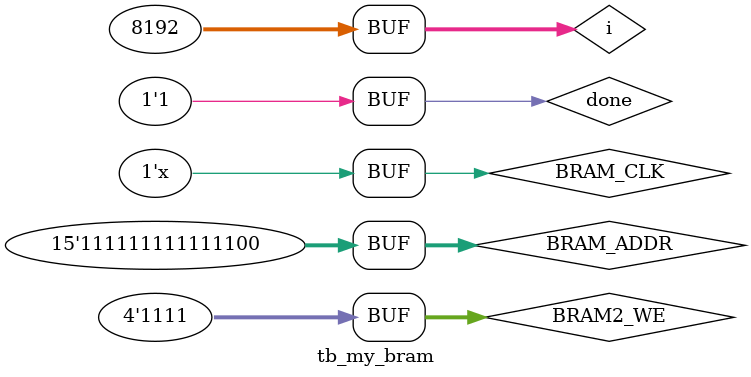
<source format=v>
`timescale 1ns / 1ps

module tb_my_bram();
    parameter integer BRAM_ADDR_WIDTH = 15;
    
    reg BRAM_CLK;
    reg [BRAM_ADDR_WIDTH - 1 : 0] BRAM_ADDR;
    wire [31 : 0] BRAM_DATA;
    reg [3 : 0] BRAM2_WE;
    reg done;
    
    integer i;

    initial begin
        BRAM_CLK = 1'b1;
        BRAM2_WE = 4'b0000;
        done <= 0;
        #1; // give some delay
        for (i = 0; i < 8192; i = i + 1) begin
            BRAM2_WE = 4'b0000;
            BRAM_ADDR = 4 * i;
            #20;
            BRAM2_WE = 4'b1111;
            #10;
        end
        done = 1'b1;
    end

    my_bram BRAM1 (
        .BRAM_ADDR(BRAM_ADDR),
        .BRAM_CLK(BRAM_CLK),
        .BRAM_WRDATA(32'b0),
        .BRAM_RDDATA(BRAM_DATA),
        .BRAM_EN(1'b1),
        .BRAM_RST(1'b0),
        .BRAM_WE(4'b0000),
        .done(1'b0)
    );
    
    my_bram # (.INIT_FILE("")) BRAM2 (
        .BRAM_ADDR(BRAM_ADDR),
        .BRAM_CLK(BRAM_CLK),
        .BRAM_WRDATA(BRAM_DATA),
        .BRAM_EN(1'b1),
        .BRAM_RST(1'b0),
        .BRAM_WE(BRAM2_WE),
        .done(done)
    );
    
    always #5 BRAM_CLK = ~BRAM_CLK;
    
endmodule

</source>
